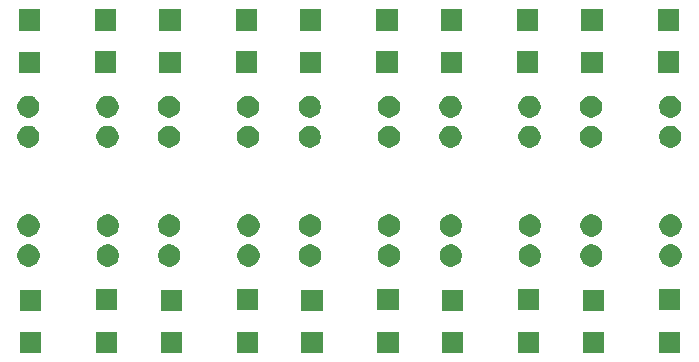
<source format=gbr>
G04 #@! TF.GenerationSoftware,KiCad,Pcbnew,(5.1.4)-1*
G04 #@! TF.CreationDate,2020-01-10T19:44:08-06:00*
G04 #@! TF.ProjectId,SensorsBoard,53656e73-6f72-4734-926f-6172642e6b69,rev?*
G04 #@! TF.SameCoordinates,Original*
G04 #@! TF.FileFunction,Soldermask,Bot*
G04 #@! TF.FilePolarity,Negative*
%FSLAX46Y46*%
G04 Gerber Fmt 4.6, Leading zero omitted, Abs format (unit mm)*
G04 Created by KiCad (PCBNEW (5.1.4)-1) date 2020-01-10 19:44:08*
%MOMM*%
%LPD*%
G04 APERTURE LIST*
%ADD10C,0.100000*%
G04 APERTURE END LIST*
D10*
G36*
X229652801Y-124649800D02*
G01*
X227850801Y-124649800D01*
X227850801Y-122847800D01*
X229652801Y-122847800D01*
X229652801Y-124649800D01*
X229652801Y-124649800D01*
G37*
G36*
X182002401Y-124649800D02*
G01*
X180200401Y-124649800D01*
X180200401Y-122847800D01*
X182002401Y-122847800D01*
X182002401Y-124649800D01*
X182002401Y-124649800D01*
G37*
G36*
X175551400Y-124649800D02*
G01*
X173749400Y-124649800D01*
X173749400Y-122847800D01*
X175551400Y-122847800D01*
X175551400Y-124649800D01*
X175551400Y-124649800D01*
G37*
G36*
X187464000Y-124649800D02*
G01*
X185662000Y-124649800D01*
X185662000Y-122847800D01*
X187464000Y-122847800D01*
X187464000Y-124649800D01*
X187464000Y-124649800D01*
G37*
G36*
X193915001Y-124649800D02*
G01*
X192113001Y-124649800D01*
X192113001Y-122847800D01*
X193915001Y-122847800D01*
X193915001Y-124649800D01*
X193915001Y-124649800D01*
G37*
G36*
X199376600Y-124649800D02*
G01*
X197574600Y-124649800D01*
X197574600Y-122847800D01*
X199376600Y-122847800D01*
X199376600Y-124649800D01*
X199376600Y-124649800D01*
G37*
G36*
X205827601Y-124649800D02*
G01*
X204025601Y-124649800D01*
X204025601Y-122847800D01*
X205827601Y-122847800D01*
X205827601Y-124649800D01*
X205827601Y-124649800D01*
G37*
G36*
X211289200Y-124649800D02*
G01*
X209487200Y-124649800D01*
X209487200Y-122847800D01*
X211289200Y-122847800D01*
X211289200Y-124649800D01*
X211289200Y-124649800D01*
G37*
G36*
X217740201Y-124649800D02*
G01*
X215938201Y-124649800D01*
X215938201Y-122847800D01*
X217740201Y-122847800D01*
X217740201Y-124649800D01*
X217740201Y-124649800D01*
G37*
G36*
X223201800Y-124649800D02*
G01*
X221399800Y-124649800D01*
X221399800Y-122847800D01*
X223201800Y-122847800D01*
X223201800Y-124649800D01*
X223201800Y-124649800D01*
G37*
G36*
X187464000Y-121093800D02*
G01*
X185662000Y-121093800D01*
X185662000Y-119291800D01*
X187464000Y-119291800D01*
X187464000Y-121093800D01*
X187464000Y-121093800D01*
G37*
G36*
X223201800Y-121093800D02*
G01*
X221399800Y-121093800D01*
X221399800Y-119291800D01*
X223201800Y-119291800D01*
X223201800Y-121093800D01*
X223201800Y-121093800D01*
G37*
G36*
X175551400Y-121093800D02*
G01*
X173749400Y-121093800D01*
X173749400Y-119291800D01*
X175551400Y-119291800D01*
X175551400Y-121093800D01*
X175551400Y-121093800D01*
G37*
G36*
X199376600Y-121093800D02*
G01*
X197574600Y-121093800D01*
X197574600Y-119291800D01*
X199376600Y-119291800D01*
X199376600Y-121093800D01*
X199376600Y-121093800D01*
G37*
G36*
X211289200Y-121093800D02*
G01*
X209487200Y-121093800D01*
X209487200Y-119291800D01*
X211289200Y-119291800D01*
X211289200Y-121093800D01*
X211289200Y-121093800D01*
G37*
G36*
X217740201Y-121018799D02*
G01*
X215938201Y-121018799D01*
X215938201Y-119216799D01*
X217740201Y-119216799D01*
X217740201Y-121018799D01*
X217740201Y-121018799D01*
G37*
G36*
X229652801Y-121018799D02*
G01*
X227850801Y-121018799D01*
X227850801Y-119216799D01*
X229652801Y-119216799D01*
X229652801Y-121018799D01*
X229652801Y-121018799D01*
G37*
G36*
X205827601Y-121018799D02*
G01*
X204025601Y-121018799D01*
X204025601Y-119216799D01*
X205827601Y-119216799D01*
X205827601Y-121018799D01*
X205827601Y-121018799D01*
G37*
G36*
X182002401Y-121018799D02*
G01*
X180200401Y-121018799D01*
X180200401Y-119216799D01*
X182002401Y-119216799D01*
X182002401Y-121018799D01*
X182002401Y-121018799D01*
G37*
G36*
X193915001Y-121018799D02*
G01*
X192113001Y-121018799D01*
X192113001Y-119216799D01*
X193915001Y-119216799D01*
X193915001Y-121018799D01*
X193915001Y-121018799D01*
G37*
G36*
X205284788Y-115505924D02*
G01*
X205455856Y-115576783D01*
X205455858Y-115576784D01*
X205533359Y-115628569D01*
X205609815Y-115679655D01*
X205740747Y-115810587D01*
X205843619Y-115964546D01*
X205914478Y-116135614D01*
X205950601Y-116317218D01*
X205950601Y-116502384D01*
X205914478Y-116683988D01*
X205843619Y-116855056D01*
X205843618Y-116855058D01*
X205740746Y-117009016D01*
X205609816Y-117139946D01*
X205455858Y-117242818D01*
X205455857Y-117242819D01*
X205455856Y-117242819D01*
X205284788Y-117313678D01*
X205103184Y-117349801D01*
X204918018Y-117349801D01*
X204736414Y-117313678D01*
X204565346Y-117242819D01*
X204565345Y-117242819D01*
X204565344Y-117242818D01*
X204411386Y-117139946D01*
X204280456Y-117009016D01*
X204177584Y-116855058D01*
X204177583Y-116855056D01*
X204106724Y-116683988D01*
X204070601Y-116502384D01*
X204070601Y-116317218D01*
X204106724Y-116135614D01*
X204177583Y-115964546D01*
X204280455Y-115810587D01*
X204411387Y-115679655D01*
X204487843Y-115628569D01*
X204565344Y-115576784D01*
X204565346Y-115576783D01*
X204736414Y-115505924D01*
X204918018Y-115469801D01*
X205103184Y-115469801D01*
X205284788Y-115505924D01*
X205284788Y-115505924D01*
G37*
G36*
X181459588Y-115505924D02*
G01*
X181630656Y-115576783D01*
X181630658Y-115576784D01*
X181708159Y-115628569D01*
X181784615Y-115679655D01*
X181915547Y-115810587D01*
X182018419Y-115964546D01*
X182089278Y-116135614D01*
X182125401Y-116317218D01*
X182125401Y-116502384D01*
X182089278Y-116683988D01*
X182018419Y-116855056D01*
X182018418Y-116855058D01*
X181915546Y-117009016D01*
X181784616Y-117139946D01*
X181630658Y-117242818D01*
X181630657Y-117242819D01*
X181630656Y-117242819D01*
X181459588Y-117313678D01*
X181277984Y-117349801D01*
X181092818Y-117349801D01*
X180911214Y-117313678D01*
X180740146Y-117242819D01*
X180740145Y-117242819D01*
X180740144Y-117242818D01*
X180586186Y-117139946D01*
X180455256Y-117009016D01*
X180352384Y-116855058D01*
X180352383Y-116855056D01*
X180281524Y-116683988D01*
X180245401Y-116502384D01*
X180245401Y-116317218D01*
X180281524Y-116135614D01*
X180352383Y-115964546D01*
X180455255Y-115810587D01*
X180586187Y-115679655D01*
X180662643Y-115628569D01*
X180740144Y-115576784D01*
X180740146Y-115576783D01*
X180911214Y-115505924D01*
X181092818Y-115469801D01*
X181277984Y-115469801D01*
X181459588Y-115505924D01*
X181459588Y-115505924D01*
G37*
G36*
X174759588Y-115505924D02*
G01*
X174930656Y-115576783D01*
X174930658Y-115576784D01*
X175008159Y-115628569D01*
X175084615Y-115679655D01*
X175215547Y-115810587D01*
X175318419Y-115964546D01*
X175389278Y-116135614D01*
X175425401Y-116317218D01*
X175425401Y-116502384D01*
X175389278Y-116683988D01*
X175318419Y-116855056D01*
X175318418Y-116855058D01*
X175215546Y-117009016D01*
X175084616Y-117139946D01*
X174930658Y-117242818D01*
X174930657Y-117242819D01*
X174930656Y-117242819D01*
X174759588Y-117313678D01*
X174577984Y-117349801D01*
X174392818Y-117349801D01*
X174211214Y-117313678D01*
X174040146Y-117242819D01*
X174040145Y-117242819D01*
X174040144Y-117242818D01*
X173886186Y-117139946D01*
X173755256Y-117009016D01*
X173652384Y-116855058D01*
X173652383Y-116855056D01*
X173581524Y-116683988D01*
X173545401Y-116502384D01*
X173545401Y-116317218D01*
X173581524Y-116135614D01*
X173652383Y-115964546D01*
X173755255Y-115810587D01*
X173886187Y-115679655D01*
X173962643Y-115628569D01*
X174040144Y-115576784D01*
X174040146Y-115576783D01*
X174211214Y-115505924D01*
X174392818Y-115469801D01*
X174577984Y-115469801D01*
X174759588Y-115505924D01*
X174759588Y-115505924D01*
G37*
G36*
X186672188Y-115505924D02*
G01*
X186843256Y-115576783D01*
X186843258Y-115576784D01*
X186920759Y-115628569D01*
X186997215Y-115679655D01*
X187128147Y-115810587D01*
X187231019Y-115964546D01*
X187301878Y-116135614D01*
X187338001Y-116317218D01*
X187338001Y-116502384D01*
X187301878Y-116683988D01*
X187231019Y-116855056D01*
X187231018Y-116855058D01*
X187128146Y-117009016D01*
X186997216Y-117139946D01*
X186843258Y-117242818D01*
X186843257Y-117242819D01*
X186843256Y-117242819D01*
X186672188Y-117313678D01*
X186490584Y-117349801D01*
X186305418Y-117349801D01*
X186123814Y-117313678D01*
X185952746Y-117242819D01*
X185952745Y-117242819D01*
X185952744Y-117242818D01*
X185798786Y-117139946D01*
X185667856Y-117009016D01*
X185564984Y-116855058D01*
X185564983Y-116855056D01*
X185494124Y-116683988D01*
X185458001Y-116502384D01*
X185458001Y-116317218D01*
X185494124Y-116135614D01*
X185564983Y-115964546D01*
X185667855Y-115810587D01*
X185798787Y-115679655D01*
X185875243Y-115628569D01*
X185952744Y-115576784D01*
X185952746Y-115576783D01*
X186123814Y-115505924D01*
X186305418Y-115469801D01*
X186490584Y-115469801D01*
X186672188Y-115505924D01*
X186672188Y-115505924D01*
G37*
G36*
X210497388Y-115505924D02*
G01*
X210668456Y-115576783D01*
X210668458Y-115576784D01*
X210745959Y-115628569D01*
X210822415Y-115679655D01*
X210953347Y-115810587D01*
X211056219Y-115964546D01*
X211127078Y-116135614D01*
X211163201Y-116317218D01*
X211163201Y-116502384D01*
X211127078Y-116683988D01*
X211056219Y-116855056D01*
X211056218Y-116855058D01*
X210953346Y-117009016D01*
X210822416Y-117139946D01*
X210668458Y-117242818D01*
X210668457Y-117242819D01*
X210668456Y-117242819D01*
X210497388Y-117313678D01*
X210315784Y-117349801D01*
X210130618Y-117349801D01*
X209949014Y-117313678D01*
X209777946Y-117242819D01*
X209777945Y-117242819D01*
X209777944Y-117242818D01*
X209623986Y-117139946D01*
X209493056Y-117009016D01*
X209390184Y-116855058D01*
X209390183Y-116855056D01*
X209319324Y-116683988D01*
X209283201Y-116502384D01*
X209283201Y-116317218D01*
X209319324Y-116135614D01*
X209390183Y-115964546D01*
X209493055Y-115810587D01*
X209623987Y-115679655D01*
X209700443Y-115628569D01*
X209777944Y-115576784D01*
X209777946Y-115576783D01*
X209949014Y-115505924D01*
X210130618Y-115469801D01*
X210315784Y-115469801D01*
X210497388Y-115505924D01*
X210497388Y-115505924D01*
G37*
G36*
X229109988Y-115505924D02*
G01*
X229281056Y-115576783D01*
X229281058Y-115576784D01*
X229358559Y-115628569D01*
X229435015Y-115679655D01*
X229565947Y-115810587D01*
X229668819Y-115964546D01*
X229739678Y-116135614D01*
X229775801Y-116317218D01*
X229775801Y-116502384D01*
X229739678Y-116683988D01*
X229668819Y-116855056D01*
X229668818Y-116855058D01*
X229565946Y-117009016D01*
X229435016Y-117139946D01*
X229281058Y-117242818D01*
X229281057Y-117242819D01*
X229281056Y-117242819D01*
X229109988Y-117313678D01*
X228928384Y-117349801D01*
X228743218Y-117349801D01*
X228561614Y-117313678D01*
X228390546Y-117242819D01*
X228390545Y-117242819D01*
X228390544Y-117242818D01*
X228236586Y-117139946D01*
X228105656Y-117009016D01*
X228002784Y-116855058D01*
X228002783Y-116855056D01*
X227931924Y-116683988D01*
X227895801Y-116502384D01*
X227895801Y-116317218D01*
X227931924Y-116135614D01*
X228002783Y-115964546D01*
X228105655Y-115810587D01*
X228236587Y-115679655D01*
X228313043Y-115628569D01*
X228390544Y-115576784D01*
X228390546Y-115576783D01*
X228561614Y-115505924D01*
X228743218Y-115469801D01*
X228928384Y-115469801D01*
X229109988Y-115505924D01*
X229109988Y-115505924D01*
G37*
G36*
X198584788Y-115505924D02*
G01*
X198755856Y-115576783D01*
X198755858Y-115576784D01*
X198833359Y-115628569D01*
X198909815Y-115679655D01*
X199040747Y-115810587D01*
X199143619Y-115964546D01*
X199214478Y-116135614D01*
X199250601Y-116317218D01*
X199250601Y-116502384D01*
X199214478Y-116683988D01*
X199143619Y-116855056D01*
X199143618Y-116855058D01*
X199040746Y-117009016D01*
X198909816Y-117139946D01*
X198755858Y-117242818D01*
X198755857Y-117242819D01*
X198755856Y-117242819D01*
X198584788Y-117313678D01*
X198403184Y-117349801D01*
X198218018Y-117349801D01*
X198036414Y-117313678D01*
X197865346Y-117242819D01*
X197865345Y-117242819D01*
X197865344Y-117242818D01*
X197711386Y-117139946D01*
X197580456Y-117009016D01*
X197477584Y-116855058D01*
X197477583Y-116855056D01*
X197406724Y-116683988D01*
X197370601Y-116502384D01*
X197370601Y-116317218D01*
X197406724Y-116135614D01*
X197477583Y-115964546D01*
X197580455Y-115810587D01*
X197711387Y-115679655D01*
X197787843Y-115628569D01*
X197865344Y-115576784D01*
X197865346Y-115576783D01*
X198036414Y-115505924D01*
X198218018Y-115469801D01*
X198403184Y-115469801D01*
X198584788Y-115505924D01*
X198584788Y-115505924D01*
G37*
G36*
X193372188Y-115505924D02*
G01*
X193543256Y-115576783D01*
X193543258Y-115576784D01*
X193620759Y-115628569D01*
X193697215Y-115679655D01*
X193828147Y-115810587D01*
X193931019Y-115964546D01*
X194001878Y-116135614D01*
X194038001Y-116317218D01*
X194038001Y-116502384D01*
X194001878Y-116683988D01*
X193931019Y-116855056D01*
X193931018Y-116855058D01*
X193828146Y-117009016D01*
X193697216Y-117139946D01*
X193543258Y-117242818D01*
X193543257Y-117242819D01*
X193543256Y-117242819D01*
X193372188Y-117313678D01*
X193190584Y-117349801D01*
X193005418Y-117349801D01*
X192823814Y-117313678D01*
X192652746Y-117242819D01*
X192652745Y-117242819D01*
X192652744Y-117242818D01*
X192498786Y-117139946D01*
X192367856Y-117009016D01*
X192264984Y-116855058D01*
X192264983Y-116855056D01*
X192194124Y-116683988D01*
X192158001Y-116502384D01*
X192158001Y-116317218D01*
X192194124Y-116135614D01*
X192264983Y-115964546D01*
X192367855Y-115810587D01*
X192498787Y-115679655D01*
X192575243Y-115628569D01*
X192652744Y-115576784D01*
X192652746Y-115576783D01*
X192823814Y-115505924D01*
X193005418Y-115469801D01*
X193190584Y-115469801D01*
X193372188Y-115505924D01*
X193372188Y-115505924D01*
G37*
G36*
X222409988Y-115505924D02*
G01*
X222581056Y-115576783D01*
X222581058Y-115576784D01*
X222658559Y-115628569D01*
X222735015Y-115679655D01*
X222865947Y-115810587D01*
X222968819Y-115964546D01*
X223039678Y-116135614D01*
X223075801Y-116317218D01*
X223075801Y-116502384D01*
X223039678Y-116683988D01*
X222968819Y-116855056D01*
X222968818Y-116855058D01*
X222865946Y-117009016D01*
X222735016Y-117139946D01*
X222581058Y-117242818D01*
X222581057Y-117242819D01*
X222581056Y-117242819D01*
X222409988Y-117313678D01*
X222228384Y-117349801D01*
X222043218Y-117349801D01*
X221861614Y-117313678D01*
X221690546Y-117242819D01*
X221690545Y-117242819D01*
X221690544Y-117242818D01*
X221536586Y-117139946D01*
X221405656Y-117009016D01*
X221302784Y-116855058D01*
X221302783Y-116855056D01*
X221231924Y-116683988D01*
X221195801Y-116502384D01*
X221195801Y-116317218D01*
X221231924Y-116135614D01*
X221302783Y-115964546D01*
X221405655Y-115810587D01*
X221536587Y-115679655D01*
X221613043Y-115628569D01*
X221690544Y-115576784D01*
X221690546Y-115576783D01*
X221861614Y-115505924D01*
X222043218Y-115469801D01*
X222228384Y-115469801D01*
X222409988Y-115505924D01*
X222409988Y-115505924D01*
G37*
G36*
X217197388Y-115505924D02*
G01*
X217368456Y-115576783D01*
X217368458Y-115576784D01*
X217445959Y-115628569D01*
X217522415Y-115679655D01*
X217653347Y-115810587D01*
X217756219Y-115964546D01*
X217827078Y-116135614D01*
X217863201Y-116317218D01*
X217863201Y-116502384D01*
X217827078Y-116683988D01*
X217756219Y-116855056D01*
X217756218Y-116855058D01*
X217653346Y-117009016D01*
X217522416Y-117139946D01*
X217368458Y-117242818D01*
X217368457Y-117242819D01*
X217368456Y-117242819D01*
X217197388Y-117313678D01*
X217015784Y-117349801D01*
X216830618Y-117349801D01*
X216649014Y-117313678D01*
X216477946Y-117242819D01*
X216477945Y-117242819D01*
X216477944Y-117242818D01*
X216323986Y-117139946D01*
X216193056Y-117009016D01*
X216090184Y-116855058D01*
X216090183Y-116855056D01*
X216019324Y-116683988D01*
X215983201Y-116502384D01*
X215983201Y-116317218D01*
X216019324Y-116135614D01*
X216090183Y-115964546D01*
X216193055Y-115810587D01*
X216323987Y-115679655D01*
X216400443Y-115628569D01*
X216477944Y-115576784D01*
X216477946Y-115576783D01*
X216649014Y-115505924D01*
X216830618Y-115469801D01*
X217015784Y-115469801D01*
X217197388Y-115505924D01*
X217197388Y-115505924D01*
G37*
G36*
X198584788Y-112965924D02*
G01*
X198755856Y-113036783D01*
X198755858Y-113036784D01*
X198833359Y-113088569D01*
X198909815Y-113139655D01*
X199040747Y-113270587D01*
X199143619Y-113424546D01*
X199214478Y-113595614D01*
X199250601Y-113777218D01*
X199250601Y-113962384D01*
X199214478Y-114143988D01*
X199143619Y-114315056D01*
X199143618Y-114315058D01*
X199040746Y-114469016D01*
X198909816Y-114599946D01*
X198755858Y-114702818D01*
X198755857Y-114702819D01*
X198755856Y-114702819D01*
X198584788Y-114773678D01*
X198403184Y-114809801D01*
X198218018Y-114809801D01*
X198036414Y-114773678D01*
X197865346Y-114702819D01*
X197865345Y-114702819D01*
X197865344Y-114702818D01*
X197711386Y-114599946D01*
X197580456Y-114469016D01*
X197477584Y-114315058D01*
X197477583Y-114315056D01*
X197406724Y-114143988D01*
X197370601Y-113962384D01*
X197370601Y-113777218D01*
X197406724Y-113595614D01*
X197477583Y-113424546D01*
X197580455Y-113270587D01*
X197711387Y-113139655D01*
X197787843Y-113088569D01*
X197865344Y-113036784D01*
X197865346Y-113036783D01*
X198036414Y-112965924D01*
X198218018Y-112929801D01*
X198403184Y-112929801D01*
X198584788Y-112965924D01*
X198584788Y-112965924D01*
G37*
G36*
X174759588Y-112965924D02*
G01*
X174930656Y-113036783D01*
X174930658Y-113036784D01*
X175008159Y-113088569D01*
X175084615Y-113139655D01*
X175215547Y-113270587D01*
X175318419Y-113424546D01*
X175389278Y-113595614D01*
X175425401Y-113777218D01*
X175425401Y-113962384D01*
X175389278Y-114143988D01*
X175318419Y-114315056D01*
X175318418Y-114315058D01*
X175215546Y-114469016D01*
X175084616Y-114599946D01*
X174930658Y-114702818D01*
X174930657Y-114702819D01*
X174930656Y-114702819D01*
X174759588Y-114773678D01*
X174577984Y-114809801D01*
X174392818Y-114809801D01*
X174211214Y-114773678D01*
X174040146Y-114702819D01*
X174040145Y-114702819D01*
X174040144Y-114702818D01*
X173886186Y-114599946D01*
X173755256Y-114469016D01*
X173652384Y-114315058D01*
X173652383Y-114315056D01*
X173581524Y-114143988D01*
X173545401Y-113962384D01*
X173545401Y-113777218D01*
X173581524Y-113595614D01*
X173652383Y-113424546D01*
X173755255Y-113270587D01*
X173886187Y-113139655D01*
X173962643Y-113088569D01*
X174040144Y-113036784D01*
X174040146Y-113036783D01*
X174211214Y-112965924D01*
X174392818Y-112929801D01*
X174577984Y-112929801D01*
X174759588Y-112965924D01*
X174759588Y-112965924D01*
G37*
G36*
X186672188Y-112965924D02*
G01*
X186843256Y-113036783D01*
X186843258Y-113036784D01*
X186920759Y-113088569D01*
X186997215Y-113139655D01*
X187128147Y-113270587D01*
X187231019Y-113424546D01*
X187301878Y-113595614D01*
X187338001Y-113777218D01*
X187338001Y-113962384D01*
X187301878Y-114143988D01*
X187231019Y-114315056D01*
X187231018Y-114315058D01*
X187128146Y-114469016D01*
X186997216Y-114599946D01*
X186843258Y-114702818D01*
X186843257Y-114702819D01*
X186843256Y-114702819D01*
X186672188Y-114773678D01*
X186490584Y-114809801D01*
X186305418Y-114809801D01*
X186123814Y-114773678D01*
X185952746Y-114702819D01*
X185952745Y-114702819D01*
X185952744Y-114702818D01*
X185798786Y-114599946D01*
X185667856Y-114469016D01*
X185564984Y-114315058D01*
X185564983Y-114315056D01*
X185494124Y-114143988D01*
X185458001Y-113962384D01*
X185458001Y-113777218D01*
X185494124Y-113595614D01*
X185564983Y-113424546D01*
X185667855Y-113270587D01*
X185798787Y-113139655D01*
X185875243Y-113088569D01*
X185952744Y-113036784D01*
X185952746Y-113036783D01*
X186123814Y-112965924D01*
X186305418Y-112929801D01*
X186490584Y-112929801D01*
X186672188Y-112965924D01*
X186672188Y-112965924D01*
G37*
G36*
X193372188Y-112965924D02*
G01*
X193543256Y-113036783D01*
X193543258Y-113036784D01*
X193620759Y-113088569D01*
X193697215Y-113139655D01*
X193828147Y-113270587D01*
X193931019Y-113424546D01*
X194001878Y-113595614D01*
X194038001Y-113777218D01*
X194038001Y-113962384D01*
X194001878Y-114143988D01*
X193931019Y-114315056D01*
X193931018Y-114315058D01*
X193828146Y-114469016D01*
X193697216Y-114599946D01*
X193543258Y-114702818D01*
X193543257Y-114702819D01*
X193543256Y-114702819D01*
X193372188Y-114773678D01*
X193190584Y-114809801D01*
X193005418Y-114809801D01*
X192823814Y-114773678D01*
X192652746Y-114702819D01*
X192652745Y-114702819D01*
X192652744Y-114702818D01*
X192498786Y-114599946D01*
X192367856Y-114469016D01*
X192264984Y-114315058D01*
X192264983Y-114315056D01*
X192194124Y-114143988D01*
X192158001Y-113962384D01*
X192158001Y-113777218D01*
X192194124Y-113595614D01*
X192264983Y-113424546D01*
X192367855Y-113270587D01*
X192498787Y-113139655D01*
X192575243Y-113088569D01*
X192652744Y-113036784D01*
X192652746Y-113036783D01*
X192823814Y-112965924D01*
X193005418Y-112929801D01*
X193190584Y-112929801D01*
X193372188Y-112965924D01*
X193372188Y-112965924D01*
G37*
G36*
X205284788Y-112965924D02*
G01*
X205455856Y-113036783D01*
X205455858Y-113036784D01*
X205533359Y-113088569D01*
X205609815Y-113139655D01*
X205740747Y-113270587D01*
X205843619Y-113424546D01*
X205914478Y-113595614D01*
X205950601Y-113777218D01*
X205950601Y-113962384D01*
X205914478Y-114143988D01*
X205843619Y-114315056D01*
X205843618Y-114315058D01*
X205740746Y-114469016D01*
X205609816Y-114599946D01*
X205455858Y-114702818D01*
X205455857Y-114702819D01*
X205455856Y-114702819D01*
X205284788Y-114773678D01*
X205103184Y-114809801D01*
X204918018Y-114809801D01*
X204736414Y-114773678D01*
X204565346Y-114702819D01*
X204565345Y-114702819D01*
X204565344Y-114702818D01*
X204411386Y-114599946D01*
X204280456Y-114469016D01*
X204177584Y-114315058D01*
X204177583Y-114315056D01*
X204106724Y-114143988D01*
X204070601Y-113962384D01*
X204070601Y-113777218D01*
X204106724Y-113595614D01*
X204177583Y-113424546D01*
X204280455Y-113270587D01*
X204411387Y-113139655D01*
X204487843Y-113088569D01*
X204565344Y-113036784D01*
X204565346Y-113036783D01*
X204736414Y-112965924D01*
X204918018Y-112929801D01*
X205103184Y-112929801D01*
X205284788Y-112965924D01*
X205284788Y-112965924D01*
G37*
G36*
X217197388Y-112965924D02*
G01*
X217368456Y-113036783D01*
X217368458Y-113036784D01*
X217445959Y-113088569D01*
X217522415Y-113139655D01*
X217653347Y-113270587D01*
X217756219Y-113424546D01*
X217827078Y-113595614D01*
X217863201Y-113777218D01*
X217863201Y-113962384D01*
X217827078Y-114143988D01*
X217756219Y-114315056D01*
X217756218Y-114315058D01*
X217653346Y-114469016D01*
X217522416Y-114599946D01*
X217368458Y-114702818D01*
X217368457Y-114702819D01*
X217368456Y-114702819D01*
X217197388Y-114773678D01*
X217015784Y-114809801D01*
X216830618Y-114809801D01*
X216649014Y-114773678D01*
X216477946Y-114702819D01*
X216477945Y-114702819D01*
X216477944Y-114702818D01*
X216323986Y-114599946D01*
X216193056Y-114469016D01*
X216090184Y-114315058D01*
X216090183Y-114315056D01*
X216019324Y-114143988D01*
X215983201Y-113962384D01*
X215983201Y-113777218D01*
X216019324Y-113595614D01*
X216090183Y-113424546D01*
X216193055Y-113270587D01*
X216323987Y-113139655D01*
X216400443Y-113088569D01*
X216477944Y-113036784D01*
X216477946Y-113036783D01*
X216649014Y-112965924D01*
X216830618Y-112929801D01*
X217015784Y-112929801D01*
X217197388Y-112965924D01*
X217197388Y-112965924D01*
G37*
G36*
X210497388Y-112965924D02*
G01*
X210668456Y-113036783D01*
X210668458Y-113036784D01*
X210745959Y-113088569D01*
X210822415Y-113139655D01*
X210953347Y-113270587D01*
X211056219Y-113424546D01*
X211127078Y-113595614D01*
X211163201Y-113777218D01*
X211163201Y-113962384D01*
X211127078Y-114143988D01*
X211056219Y-114315056D01*
X211056218Y-114315058D01*
X210953346Y-114469016D01*
X210822416Y-114599946D01*
X210668458Y-114702818D01*
X210668457Y-114702819D01*
X210668456Y-114702819D01*
X210497388Y-114773678D01*
X210315784Y-114809801D01*
X210130618Y-114809801D01*
X209949014Y-114773678D01*
X209777946Y-114702819D01*
X209777945Y-114702819D01*
X209777944Y-114702818D01*
X209623986Y-114599946D01*
X209493056Y-114469016D01*
X209390184Y-114315058D01*
X209390183Y-114315056D01*
X209319324Y-114143988D01*
X209283201Y-113962384D01*
X209283201Y-113777218D01*
X209319324Y-113595614D01*
X209390183Y-113424546D01*
X209493055Y-113270587D01*
X209623987Y-113139655D01*
X209700443Y-113088569D01*
X209777944Y-113036784D01*
X209777946Y-113036783D01*
X209949014Y-112965924D01*
X210130618Y-112929801D01*
X210315784Y-112929801D01*
X210497388Y-112965924D01*
X210497388Y-112965924D01*
G37*
G36*
X229109988Y-112965924D02*
G01*
X229281056Y-113036783D01*
X229281058Y-113036784D01*
X229358559Y-113088569D01*
X229435015Y-113139655D01*
X229565947Y-113270587D01*
X229668819Y-113424546D01*
X229739678Y-113595614D01*
X229775801Y-113777218D01*
X229775801Y-113962384D01*
X229739678Y-114143988D01*
X229668819Y-114315056D01*
X229668818Y-114315058D01*
X229565946Y-114469016D01*
X229435016Y-114599946D01*
X229281058Y-114702818D01*
X229281057Y-114702819D01*
X229281056Y-114702819D01*
X229109988Y-114773678D01*
X228928384Y-114809801D01*
X228743218Y-114809801D01*
X228561614Y-114773678D01*
X228390546Y-114702819D01*
X228390545Y-114702819D01*
X228390544Y-114702818D01*
X228236586Y-114599946D01*
X228105656Y-114469016D01*
X228002784Y-114315058D01*
X228002783Y-114315056D01*
X227931924Y-114143988D01*
X227895801Y-113962384D01*
X227895801Y-113777218D01*
X227931924Y-113595614D01*
X228002783Y-113424546D01*
X228105655Y-113270587D01*
X228236587Y-113139655D01*
X228313043Y-113088569D01*
X228390544Y-113036784D01*
X228390546Y-113036783D01*
X228561614Y-112965924D01*
X228743218Y-112929801D01*
X228928384Y-112929801D01*
X229109988Y-112965924D01*
X229109988Y-112965924D01*
G37*
G36*
X222409988Y-112965924D02*
G01*
X222581056Y-113036783D01*
X222581058Y-113036784D01*
X222658559Y-113088569D01*
X222735015Y-113139655D01*
X222865947Y-113270587D01*
X222968819Y-113424546D01*
X223039678Y-113595614D01*
X223075801Y-113777218D01*
X223075801Y-113962384D01*
X223039678Y-114143988D01*
X222968819Y-114315056D01*
X222968818Y-114315058D01*
X222865946Y-114469016D01*
X222735016Y-114599946D01*
X222581058Y-114702818D01*
X222581057Y-114702819D01*
X222581056Y-114702819D01*
X222409988Y-114773678D01*
X222228384Y-114809801D01*
X222043218Y-114809801D01*
X221861614Y-114773678D01*
X221690546Y-114702819D01*
X221690545Y-114702819D01*
X221690544Y-114702818D01*
X221536586Y-114599946D01*
X221405656Y-114469016D01*
X221302784Y-114315058D01*
X221302783Y-114315056D01*
X221231924Y-114143988D01*
X221195801Y-113962384D01*
X221195801Y-113777218D01*
X221231924Y-113595614D01*
X221302783Y-113424546D01*
X221405655Y-113270587D01*
X221536587Y-113139655D01*
X221613043Y-113088569D01*
X221690544Y-113036784D01*
X221690546Y-113036783D01*
X221861614Y-112965924D01*
X222043218Y-112929801D01*
X222228384Y-112929801D01*
X222409988Y-112965924D01*
X222409988Y-112965924D01*
G37*
G36*
X181459588Y-112965924D02*
G01*
X181630656Y-113036783D01*
X181630658Y-113036784D01*
X181708159Y-113088569D01*
X181784615Y-113139655D01*
X181915547Y-113270587D01*
X182018419Y-113424546D01*
X182089278Y-113595614D01*
X182125401Y-113777218D01*
X182125401Y-113962384D01*
X182089278Y-114143988D01*
X182018419Y-114315056D01*
X182018418Y-114315058D01*
X181915546Y-114469016D01*
X181784616Y-114599946D01*
X181630658Y-114702818D01*
X181630657Y-114702819D01*
X181630656Y-114702819D01*
X181459588Y-114773678D01*
X181277984Y-114809801D01*
X181092818Y-114809801D01*
X180911214Y-114773678D01*
X180740146Y-114702819D01*
X180740145Y-114702819D01*
X180740144Y-114702818D01*
X180586186Y-114599946D01*
X180455256Y-114469016D01*
X180352384Y-114315058D01*
X180352383Y-114315056D01*
X180281524Y-114143988D01*
X180245401Y-113962384D01*
X180245401Y-113777218D01*
X180281524Y-113595614D01*
X180352383Y-113424546D01*
X180455255Y-113270587D01*
X180586187Y-113139655D01*
X180662643Y-113088569D01*
X180740144Y-113036784D01*
X180740146Y-113036783D01*
X180911214Y-112965924D01*
X181092818Y-112929801D01*
X181277984Y-112929801D01*
X181459588Y-112965924D01*
X181459588Y-112965924D01*
G37*
G36*
X222389986Y-105444322D02*
G01*
X222561054Y-105515181D01*
X222561056Y-105515182D01*
X222638557Y-105566967D01*
X222715013Y-105618053D01*
X222845945Y-105748985D01*
X222948817Y-105902944D01*
X223019676Y-106074012D01*
X223055799Y-106255616D01*
X223055799Y-106440782D01*
X223019676Y-106622386D01*
X222948817Y-106793454D01*
X222948816Y-106793456D01*
X222845944Y-106947414D01*
X222715014Y-107078344D01*
X222561056Y-107181216D01*
X222561055Y-107181217D01*
X222561054Y-107181217D01*
X222389986Y-107252076D01*
X222208382Y-107288199D01*
X222023216Y-107288199D01*
X221841612Y-107252076D01*
X221670544Y-107181217D01*
X221670543Y-107181217D01*
X221670542Y-107181216D01*
X221516584Y-107078344D01*
X221385654Y-106947414D01*
X221282782Y-106793456D01*
X221282781Y-106793454D01*
X221211922Y-106622386D01*
X221175799Y-106440782D01*
X221175799Y-106255616D01*
X221211922Y-106074012D01*
X221282781Y-105902944D01*
X221385653Y-105748985D01*
X221516585Y-105618053D01*
X221593041Y-105566967D01*
X221670542Y-105515182D01*
X221670544Y-105515181D01*
X221841612Y-105444322D01*
X222023216Y-105408199D01*
X222208382Y-105408199D01*
X222389986Y-105444322D01*
X222389986Y-105444322D01*
G37*
G36*
X217177386Y-105444322D02*
G01*
X217348454Y-105515181D01*
X217348456Y-105515182D01*
X217425957Y-105566967D01*
X217502413Y-105618053D01*
X217633345Y-105748985D01*
X217736217Y-105902944D01*
X217807076Y-106074012D01*
X217843199Y-106255616D01*
X217843199Y-106440782D01*
X217807076Y-106622386D01*
X217736217Y-106793454D01*
X217736216Y-106793456D01*
X217633344Y-106947414D01*
X217502414Y-107078344D01*
X217348456Y-107181216D01*
X217348455Y-107181217D01*
X217348454Y-107181217D01*
X217177386Y-107252076D01*
X216995782Y-107288199D01*
X216810616Y-107288199D01*
X216629012Y-107252076D01*
X216457944Y-107181217D01*
X216457943Y-107181217D01*
X216457942Y-107181216D01*
X216303984Y-107078344D01*
X216173054Y-106947414D01*
X216070182Y-106793456D01*
X216070181Y-106793454D01*
X215999322Y-106622386D01*
X215963199Y-106440782D01*
X215963199Y-106255616D01*
X215999322Y-106074012D01*
X216070181Y-105902944D01*
X216173053Y-105748985D01*
X216303985Y-105618053D01*
X216380441Y-105566967D01*
X216457942Y-105515182D01*
X216457944Y-105515181D01*
X216629012Y-105444322D01*
X216810616Y-105408199D01*
X216995782Y-105408199D01*
X217177386Y-105444322D01*
X217177386Y-105444322D01*
G37*
G36*
X210477386Y-105444322D02*
G01*
X210648454Y-105515181D01*
X210648456Y-105515182D01*
X210725957Y-105566967D01*
X210802413Y-105618053D01*
X210933345Y-105748985D01*
X211036217Y-105902944D01*
X211107076Y-106074012D01*
X211143199Y-106255616D01*
X211143199Y-106440782D01*
X211107076Y-106622386D01*
X211036217Y-106793454D01*
X211036216Y-106793456D01*
X210933344Y-106947414D01*
X210802414Y-107078344D01*
X210648456Y-107181216D01*
X210648455Y-107181217D01*
X210648454Y-107181217D01*
X210477386Y-107252076D01*
X210295782Y-107288199D01*
X210110616Y-107288199D01*
X209929012Y-107252076D01*
X209757944Y-107181217D01*
X209757943Y-107181217D01*
X209757942Y-107181216D01*
X209603984Y-107078344D01*
X209473054Y-106947414D01*
X209370182Y-106793456D01*
X209370181Y-106793454D01*
X209299322Y-106622386D01*
X209263199Y-106440782D01*
X209263199Y-106255616D01*
X209299322Y-106074012D01*
X209370181Y-105902944D01*
X209473053Y-105748985D01*
X209603985Y-105618053D01*
X209680441Y-105566967D01*
X209757942Y-105515182D01*
X209757944Y-105515181D01*
X209929012Y-105444322D01*
X210110616Y-105408199D01*
X210295782Y-105408199D01*
X210477386Y-105444322D01*
X210477386Y-105444322D01*
G37*
G36*
X174739586Y-105444322D02*
G01*
X174910654Y-105515181D01*
X174910656Y-105515182D01*
X174988157Y-105566967D01*
X175064613Y-105618053D01*
X175195545Y-105748985D01*
X175298417Y-105902944D01*
X175369276Y-106074012D01*
X175405399Y-106255616D01*
X175405399Y-106440782D01*
X175369276Y-106622386D01*
X175298417Y-106793454D01*
X175298416Y-106793456D01*
X175195544Y-106947414D01*
X175064614Y-107078344D01*
X174910656Y-107181216D01*
X174910655Y-107181217D01*
X174910654Y-107181217D01*
X174739586Y-107252076D01*
X174557982Y-107288199D01*
X174372816Y-107288199D01*
X174191212Y-107252076D01*
X174020144Y-107181217D01*
X174020143Y-107181217D01*
X174020142Y-107181216D01*
X173866184Y-107078344D01*
X173735254Y-106947414D01*
X173632382Y-106793456D01*
X173632381Y-106793454D01*
X173561522Y-106622386D01*
X173525399Y-106440782D01*
X173525399Y-106255616D01*
X173561522Y-106074012D01*
X173632381Y-105902944D01*
X173735253Y-105748985D01*
X173866185Y-105618053D01*
X173942641Y-105566967D01*
X174020142Y-105515182D01*
X174020144Y-105515181D01*
X174191212Y-105444322D01*
X174372816Y-105408199D01*
X174557982Y-105408199D01*
X174739586Y-105444322D01*
X174739586Y-105444322D01*
G37*
G36*
X181439586Y-105444322D02*
G01*
X181610654Y-105515181D01*
X181610656Y-105515182D01*
X181688157Y-105566967D01*
X181764613Y-105618053D01*
X181895545Y-105748985D01*
X181998417Y-105902944D01*
X182069276Y-106074012D01*
X182105399Y-106255616D01*
X182105399Y-106440782D01*
X182069276Y-106622386D01*
X181998417Y-106793454D01*
X181998416Y-106793456D01*
X181895544Y-106947414D01*
X181764614Y-107078344D01*
X181610656Y-107181216D01*
X181610655Y-107181217D01*
X181610654Y-107181217D01*
X181439586Y-107252076D01*
X181257982Y-107288199D01*
X181072816Y-107288199D01*
X180891212Y-107252076D01*
X180720144Y-107181217D01*
X180720143Y-107181217D01*
X180720142Y-107181216D01*
X180566184Y-107078344D01*
X180435254Y-106947414D01*
X180332382Y-106793456D01*
X180332381Y-106793454D01*
X180261522Y-106622386D01*
X180225399Y-106440782D01*
X180225399Y-106255616D01*
X180261522Y-106074012D01*
X180332381Y-105902944D01*
X180435253Y-105748985D01*
X180566185Y-105618053D01*
X180642641Y-105566967D01*
X180720142Y-105515182D01*
X180720144Y-105515181D01*
X180891212Y-105444322D01*
X181072816Y-105408199D01*
X181257982Y-105408199D01*
X181439586Y-105444322D01*
X181439586Y-105444322D01*
G37*
G36*
X205264786Y-105444322D02*
G01*
X205435854Y-105515181D01*
X205435856Y-105515182D01*
X205513357Y-105566967D01*
X205589813Y-105618053D01*
X205720745Y-105748985D01*
X205823617Y-105902944D01*
X205894476Y-106074012D01*
X205930599Y-106255616D01*
X205930599Y-106440782D01*
X205894476Y-106622386D01*
X205823617Y-106793454D01*
X205823616Y-106793456D01*
X205720744Y-106947414D01*
X205589814Y-107078344D01*
X205435856Y-107181216D01*
X205435855Y-107181217D01*
X205435854Y-107181217D01*
X205264786Y-107252076D01*
X205083182Y-107288199D01*
X204898016Y-107288199D01*
X204716412Y-107252076D01*
X204545344Y-107181217D01*
X204545343Y-107181217D01*
X204545342Y-107181216D01*
X204391384Y-107078344D01*
X204260454Y-106947414D01*
X204157582Y-106793456D01*
X204157581Y-106793454D01*
X204086722Y-106622386D01*
X204050599Y-106440782D01*
X204050599Y-106255616D01*
X204086722Y-106074012D01*
X204157581Y-105902944D01*
X204260453Y-105748985D01*
X204391385Y-105618053D01*
X204467841Y-105566967D01*
X204545342Y-105515182D01*
X204545344Y-105515181D01*
X204716412Y-105444322D01*
X204898016Y-105408199D01*
X205083182Y-105408199D01*
X205264786Y-105444322D01*
X205264786Y-105444322D01*
G37*
G36*
X186652186Y-105444322D02*
G01*
X186823254Y-105515181D01*
X186823256Y-105515182D01*
X186900757Y-105566967D01*
X186977213Y-105618053D01*
X187108145Y-105748985D01*
X187211017Y-105902944D01*
X187281876Y-106074012D01*
X187317999Y-106255616D01*
X187317999Y-106440782D01*
X187281876Y-106622386D01*
X187211017Y-106793454D01*
X187211016Y-106793456D01*
X187108144Y-106947414D01*
X186977214Y-107078344D01*
X186823256Y-107181216D01*
X186823255Y-107181217D01*
X186823254Y-107181217D01*
X186652186Y-107252076D01*
X186470582Y-107288199D01*
X186285416Y-107288199D01*
X186103812Y-107252076D01*
X185932744Y-107181217D01*
X185932743Y-107181217D01*
X185932742Y-107181216D01*
X185778784Y-107078344D01*
X185647854Y-106947414D01*
X185544982Y-106793456D01*
X185544981Y-106793454D01*
X185474122Y-106622386D01*
X185437999Y-106440782D01*
X185437999Y-106255616D01*
X185474122Y-106074012D01*
X185544981Y-105902944D01*
X185647853Y-105748985D01*
X185778785Y-105618053D01*
X185855241Y-105566967D01*
X185932742Y-105515182D01*
X185932744Y-105515181D01*
X186103812Y-105444322D01*
X186285416Y-105408199D01*
X186470582Y-105408199D01*
X186652186Y-105444322D01*
X186652186Y-105444322D01*
G37*
G36*
X198564786Y-105444322D02*
G01*
X198735854Y-105515181D01*
X198735856Y-105515182D01*
X198813357Y-105566967D01*
X198889813Y-105618053D01*
X199020745Y-105748985D01*
X199123617Y-105902944D01*
X199194476Y-106074012D01*
X199230599Y-106255616D01*
X199230599Y-106440782D01*
X199194476Y-106622386D01*
X199123617Y-106793454D01*
X199123616Y-106793456D01*
X199020744Y-106947414D01*
X198889814Y-107078344D01*
X198735856Y-107181216D01*
X198735855Y-107181217D01*
X198735854Y-107181217D01*
X198564786Y-107252076D01*
X198383182Y-107288199D01*
X198198016Y-107288199D01*
X198016412Y-107252076D01*
X197845344Y-107181217D01*
X197845343Y-107181217D01*
X197845342Y-107181216D01*
X197691384Y-107078344D01*
X197560454Y-106947414D01*
X197457582Y-106793456D01*
X197457581Y-106793454D01*
X197386722Y-106622386D01*
X197350599Y-106440782D01*
X197350599Y-106255616D01*
X197386722Y-106074012D01*
X197457581Y-105902944D01*
X197560453Y-105748985D01*
X197691385Y-105618053D01*
X197767841Y-105566967D01*
X197845342Y-105515182D01*
X197845344Y-105515181D01*
X198016412Y-105444322D01*
X198198016Y-105408199D01*
X198383182Y-105408199D01*
X198564786Y-105444322D01*
X198564786Y-105444322D01*
G37*
G36*
X229089986Y-105444322D02*
G01*
X229261054Y-105515181D01*
X229261056Y-105515182D01*
X229338557Y-105566967D01*
X229415013Y-105618053D01*
X229545945Y-105748985D01*
X229648817Y-105902944D01*
X229719676Y-106074012D01*
X229755799Y-106255616D01*
X229755799Y-106440782D01*
X229719676Y-106622386D01*
X229648817Y-106793454D01*
X229648816Y-106793456D01*
X229545944Y-106947414D01*
X229415014Y-107078344D01*
X229261056Y-107181216D01*
X229261055Y-107181217D01*
X229261054Y-107181217D01*
X229089986Y-107252076D01*
X228908382Y-107288199D01*
X228723216Y-107288199D01*
X228541612Y-107252076D01*
X228370544Y-107181217D01*
X228370543Y-107181217D01*
X228370542Y-107181216D01*
X228216584Y-107078344D01*
X228085654Y-106947414D01*
X227982782Y-106793456D01*
X227982781Y-106793454D01*
X227911922Y-106622386D01*
X227875799Y-106440782D01*
X227875799Y-106255616D01*
X227911922Y-106074012D01*
X227982781Y-105902944D01*
X228085653Y-105748985D01*
X228216585Y-105618053D01*
X228293041Y-105566967D01*
X228370542Y-105515182D01*
X228370544Y-105515181D01*
X228541612Y-105444322D01*
X228723216Y-105408199D01*
X228908382Y-105408199D01*
X229089986Y-105444322D01*
X229089986Y-105444322D01*
G37*
G36*
X193352186Y-105444322D02*
G01*
X193523254Y-105515181D01*
X193523256Y-105515182D01*
X193600757Y-105566967D01*
X193677213Y-105618053D01*
X193808145Y-105748985D01*
X193911017Y-105902944D01*
X193981876Y-106074012D01*
X194017999Y-106255616D01*
X194017999Y-106440782D01*
X193981876Y-106622386D01*
X193911017Y-106793454D01*
X193911016Y-106793456D01*
X193808144Y-106947414D01*
X193677214Y-107078344D01*
X193523256Y-107181216D01*
X193523255Y-107181217D01*
X193523254Y-107181217D01*
X193352186Y-107252076D01*
X193170582Y-107288199D01*
X192985416Y-107288199D01*
X192803812Y-107252076D01*
X192632744Y-107181217D01*
X192632743Y-107181217D01*
X192632742Y-107181216D01*
X192478784Y-107078344D01*
X192347854Y-106947414D01*
X192244982Y-106793456D01*
X192244981Y-106793454D01*
X192174122Y-106622386D01*
X192137999Y-106440782D01*
X192137999Y-106255616D01*
X192174122Y-106074012D01*
X192244981Y-105902944D01*
X192347853Y-105748985D01*
X192478785Y-105618053D01*
X192555241Y-105566967D01*
X192632742Y-105515182D01*
X192632744Y-105515181D01*
X192803812Y-105444322D01*
X192985416Y-105408199D01*
X193170582Y-105408199D01*
X193352186Y-105444322D01*
X193352186Y-105444322D01*
G37*
G36*
X217177386Y-102904322D02*
G01*
X217348454Y-102975181D01*
X217348456Y-102975182D01*
X217425957Y-103026967D01*
X217502413Y-103078053D01*
X217633345Y-103208985D01*
X217736217Y-103362944D01*
X217807076Y-103534012D01*
X217843199Y-103715616D01*
X217843199Y-103900782D01*
X217807076Y-104082386D01*
X217736217Y-104253454D01*
X217736216Y-104253456D01*
X217633344Y-104407414D01*
X217502414Y-104538344D01*
X217348456Y-104641216D01*
X217348455Y-104641217D01*
X217348454Y-104641217D01*
X217177386Y-104712076D01*
X216995782Y-104748199D01*
X216810616Y-104748199D01*
X216629012Y-104712076D01*
X216457944Y-104641217D01*
X216457943Y-104641217D01*
X216457942Y-104641216D01*
X216303984Y-104538344D01*
X216173054Y-104407414D01*
X216070182Y-104253456D01*
X216070181Y-104253454D01*
X215999322Y-104082386D01*
X215963199Y-103900782D01*
X215963199Y-103715616D01*
X215999322Y-103534012D01*
X216070181Y-103362944D01*
X216173053Y-103208985D01*
X216303985Y-103078053D01*
X216380441Y-103026967D01*
X216457942Y-102975182D01*
X216457944Y-102975181D01*
X216629012Y-102904322D01*
X216810616Y-102868199D01*
X216995782Y-102868199D01*
X217177386Y-102904322D01*
X217177386Y-102904322D01*
G37*
G36*
X181439586Y-102904322D02*
G01*
X181610654Y-102975181D01*
X181610656Y-102975182D01*
X181688157Y-103026967D01*
X181764613Y-103078053D01*
X181895545Y-103208985D01*
X181998417Y-103362944D01*
X182069276Y-103534012D01*
X182105399Y-103715616D01*
X182105399Y-103900782D01*
X182069276Y-104082386D01*
X181998417Y-104253454D01*
X181998416Y-104253456D01*
X181895544Y-104407414D01*
X181764614Y-104538344D01*
X181610656Y-104641216D01*
X181610655Y-104641217D01*
X181610654Y-104641217D01*
X181439586Y-104712076D01*
X181257982Y-104748199D01*
X181072816Y-104748199D01*
X180891212Y-104712076D01*
X180720144Y-104641217D01*
X180720143Y-104641217D01*
X180720142Y-104641216D01*
X180566184Y-104538344D01*
X180435254Y-104407414D01*
X180332382Y-104253456D01*
X180332381Y-104253454D01*
X180261522Y-104082386D01*
X180225399Y-103900782D01*
X180225399Y-103715616D01*
X180261522Y-103534012D01*
X180332381Y-103362944D01*
X180435253Y-103208985D01*
X180566185Y-103078053D01*
X180642641Y-103026967D01*
X180720142Y-102975182D01*
X180720144Y-102975181D01*
X180891212Y-102904322D01*
X181072816Y-102868199D01*
X181257982Y-102868199D01*
X181439586Y-102904322D01*
X181439586Y-102904322D01*
G37*
G36*
X174739586Y-102904322D02*
G01*
X174910654Y-102975181D01*
X174910656Y-102975182D01*
X174988157Y-103026967D01*
X175064613Y-103078053D01*
X175195545Y-103208985D01*
X175298417Y-103362944D01*
X175369276Y-103534012D01*
X175405399Y-103715616D01*
X175405399Y-103900782D01*
X175369276Y-104082386D01*
X175298417Y-104253454D01*
X175298416Y-104253456D01*
X175195544Y-104407414D01*
X175064614Y-104538344D01*
X174910656Y-104641216D01*
X174910655Y-104641217D01*
X174910654Y-104641217D01*
X174739586Y-104712076D01*
X174557982Y-104748199D01*
X174372816Y-104748199D01*
X174191212Y-104712076D01*
X174020144Y-104641217D01*
X174020143Y-104641217D01*
X174020142Y-104641216D01*
X173866184Y-104538344D01*
X173735254Y-104407414D01*
X173632382Y-104253456D01*
X173632381Y-104253454D01*
X173561522Y-104082386D01*
X173525399Y-103900782D01*
X173525399Y-103715616D01*
X173561522Y-103534012D01*
X173632381Y-103362944D01*
X173735253Y-103208985D01*
X173866185Y-103078053D01*
X173942641Y-103026967D01*
X174020142Y-102975182D01*
X174020144Y-102975181D01*
X174191212Y-102904322D01*
X174372816Y-102868199D01*
X174557982Y-102868199D01*
X174739586Y-102904322D01*
X174739586Y-102904322D01*
G37*
G36*
X210477386Y-102904322D02*
G01*
X210648454Y-102975181D01*
X210648456Y-102975182D01*
X210725957Y-103026967D01*
X210802413Y-103078053D01*
X210933345Y-103208985D01*
X211036217Y-103362944D01*
X211107076Y-103534012D01*
X211143199Y-103715616D01*
X211143199Y-103900782D01*
X211107076Y-104082386D01*
X211036217Y-104253454D01*
X211036216Y-104253456D01*
X210933344Y-104407414D01*
X210802414Y-104538344D01*
X210648456Y-104641216D01*
X210648455Y-104641217D01*
X210648454Y-104641217D01*
X210477386Y-104712076D01*
X210295782Y-104748199D01*
X210110616Y-104748199D01*
X209929012Y-104712076D01*
X209757944Y-104641217D01*
X209757943Y-104641217D01*
X209757942Y-104641216D01*
X209603984Y-104538344D01*
X209473054Y-104407414D01*
X209370182Y-104253456D01*
X209370181Y-104253454D01*
X209299322Y-104082386D01*
X209263199Y-103900782D01*
X209263199Y-103715616D01*
X209299322Y-103534012D01*
X209370181Y-103362944D01*
X209473053Y-103208985D01*
X209603985Y-103078053D01*
X209680441Y-103026967D01*
X209757942Y-102975182D01*
X209757944Y-102975181D01*
X209929012Y-102904322D01*
X210110616Y-102868199D01*
X210295782Y-102868199D01*
X210477386Y-102904322D01*
X210477386Y-102904322D01*
G37*
G36*
X222389986Y-102904322D02*
G01*
X222561054Y-102975181D01*
X222561056Y-102975182D01*
X222638557Y-103026967D01*
X222715013Y-103078053D01*
X222845945Y-103208985D01*
X222948817Y-103362944D01*
X223019676Y-103534012D01*
X223055799Y-103715616D01*
X223055799Y-103900782D01*
X223019676Y-104082386D01*
X222948817Y-104253454D01*
X222948816Y-104253456D01*
X222845944Y-104407414D01*
X222715014Y-104538344D01*
X222561056Y-104641216D01*
X222561055Y-104641217D01*
X222561054Y-104641217D01*
X222389986Y-104712076D01*
X222208382Y-104748199D01*
X222023216Y-104748199D01*
X221841612Y-104712076D01*
X221670544Y-104641217D01*
X221670543Y-104641217D01*
X221670542Y-104641216D01*
X221516584Y-104538344D01*
X221385654Y-104407414D01*
X221282782Y-104253456D01*
X221282781Y-104253454D01*
X221211922Y-104082386D01*
X221175799Y-103900782D01*
X221175799Y-103715616D01*
X221211922Y-103534012D01*
X221282781Y-103362944D01*
X221385653Y-103208985D01*
X221516585Y-103078053D01*
X221593041Y-103026967D01*
X221670542Y-102975182D01*
X221670544Y-102975181D01*
X221841612Y-102904322D01*
X222023216Y-102868199D01*
X222208382Y-102868199D01*
X222389986Y-102904322D01*
X222389986Y-102904322D01*
G37*
G36*
X229089986Y-102904322D02*
G01*
X229261054Y-102975181D01*
X229261056Y-102975182D01*
X229338557Y-103026967D01*
X229415013Y-103078053D01*
X229545945Y-103208985D01*
X229648817Y-103362944D01*
X229719676Y-103534012D01*
X229755799Y-103715616D01*
X229755799Y-103900782D01*
X229719676Y-104082386D01*
X229648817Y-104253454D01*
X229648816Y-104253456D01*
X229545944Y-104407414D01*
X229415014Y-104538344D01*
X229261056Y-104641216D01*
X229261055Y-104641217D01*
X229261054Y-104641217D01*
X229089986Y-104712076D01*
X228908382Y-104748199D01*
X228723216Y-104748199D01*
X228541612Y-104712076D01*
X228370544Y-104641217D01*
X228370543Y-104641217D01*
X228370542Y-104641216D01*
X228216584Y-104538344D01*
X228085654Y-104407414D01*
X227982782Y-104253456D01*
X227982781Y-104253454D01*
X227911922Y-104082386D01*
X227875799Y-103900782D01*
X227875799Y-103715616D01*
X227911922Y-103534012D01*
X227982781Y-103362944D01*
X228085653Y-103208985D01*
X228216585Y-103078053D01*
X228293041Y-103026967D01*
X228370542Y-102975182D01*
X228370544Y-102975181D01*
X228541612Y-102904322D01*
X228723216Y-102868199D01*
X228908382Y-102868199D01*
X229089986Y-102904322D01*
X229089986Y-102904322D01*
G37*
G36*
X198564786Y-102904322D02*
G01*
X198735854Y-102975181D01*
X198735856Y-102975182D01*
X198813357Y-103026967D01*
X198889813Y-103078053D01*
X199020745Y-103208985D01*
X199123617Y-103362944D01*
X199194476Y-103534012D01*
X199230599Y-103715616D01*
X199230599Y-103900782D01*
X199194476Y-104082386D01*
X199123617Y-104253454D01*
X199123616Y-104253456D01*
X199020744Y-104407414D01*
X198889814Y-104538344D01*
X198735856Y-104641216D01*
X198735855Y-104641217D01*
X198735854Y-104641217D01*
X198564786Y-104712076D01*
X198383182Y-104748199D01*
X198198016Y-104748199D01*
X198016412Y-104712076D01*
X197845344Y-104641217D01*
X197845343Y-104641217D01*
X197845342Y-104641216D01*
X197691384Y-104538344D01*
X197560454Y-104407414D01*
X197457582Y-104253456D01*
X197457581Y-104253454D01*
X197386722Y-104082386D01*
X197350599Y-103900782D01*
X197350599Y-103715616D01*
X197386722Y-103534012D01*
X197457581Y-103362944D01*
X197560453Y-103208985D01*
X197691385Y-103078053D01*
X197767841Y-103026967D01*
X197845342Y-102975182D01*
X197845344Y-102975181D01*
X198016412Y-102904322D01*
X198198016Y-102868199D01*
X198383182Y-102868199D01*
X198564786Y-102904322D01*
X198564786Y-102904322D01*
G37*
G36*
X205264786Y-102904322D02*
G01*
X205435854Y-102975181D01*
X205435856Y-102975182D01*
X205513357Y-103026967D01*
X205589813Y-103078053D01*
X205720745Y-103208985D01*
X205823617Y-103362944D01*
X205894476Y-103534012D01*
X205930599Y-103715616D01*
X205930599Y-103900782D01*
X205894476Y-104082386D01*
X205823617Y-104253454D01*
X205823616Y-104253456D01*
X205720744Y-104407414D01*
X205589814Y-104538344D01*
X205435856Y-104641216D01*
X205435855Y-104641217D01*
X205435854Y-104641217D01*
X205264786Y-104712076D01*
X205083182Y-104748199D01*
X204898016Y-104748199D01*
X204716412Y-104712076D01*
X204545344Y-104641217D01*
X204545343Y-104641217D01*
X204545342Y-104641216D01*
X204391384Y-104538344D01*
X204260454Y-104407414D01*
X204157582Y-104253456D01*
X204157581Y-104253454D01*
X204086722Y-104082386D01*
X204050599Y-103900782D01*
X204050599Y-103715616D01*
X204086722Y-103534012D01*
X204157581Y-103362944D01*
X204260453Y-103208985D01*
X204391385Y-103078053D01*
X204467841Y-103026967D01*
X204545342Y-102975182D01*
X204545344Y-102975181D01*
X204716412Y-102904322D01*
X204898016Y-102868199D01*
X205083182Y-102868199D01*
X205264786Y-102904322D01*
X205264786Y-102904322D01*
G37*
G36*
X193352186Y-102904322D02*
G01*
X193523254Y-102975181D01*
X193523256Y-102975182D01*
X193600757Y-103026967D01*
X193677213Y-103078053D01*
X193808145Y-103208985D01*
X193911017Y-103362944D01*
X193981876Y-103534012D01*
X194017999Y-103715616D01*
X194017999Y-103900782D01*
X193981876Y-104082386D01*
X193911017Y-104253454D01*
X193911016Y-104253456D01*
X193808144Y-104407414D01*
X193677214Y-104538344D01*
X193523256Y-104641216D01*
X193523255Y-104641217D01*
X193523254Y-104641217D01*
X193352186Y-104712076D01*
X193170582Y-104748199D01*
X192985416Y-104748199D01*
X192803812Y-104712076D01*
X192632744Y-104641217D01*
X192632743Y-104641217D01*
X192632742Y-104641216D01*
X192478784Y-104538344D01*
X192347854Y-104407414D01*
X192244982Y-104253456D01*
X192244981Y-104253454D01*
X192174122Y-104082386D01*
X192137999Y-103900782D01*
X192137999Y-103715616D01*
X192174122Y-103534012D01*
X192244981Y-103362944D01*
X192347853Y-103208985D01*
X192478785Y-103078053D01*
X192555241Y-103026967D01*
X192632742Y-102975182D01*
X192632744Y-102975181D01*
X192803812Y-102904322D01*
X192985416Y-102868199D01*
X193170582Y-102868199D01*
X193352186Y-102904322D01*
X193352186Y-102904322D01*
G37*
G36*
X186652186Y-102904322D02*
G01*
X186823254Y-102975181D01*
X186823256Y-102975182D01*
X186900757Y-103026967D01*
X186977213Y-103078053D01*
X187108145Y-103208985D01*
X187211017Y-103362944D01*
X187281876Y-103534012D01*
X187317999Y-103715616D01*
X187317999Y-103900782D01*
X187281876Y-104082386D01*
X187211017Y-104253454D01*
X187211016Y-104253456D01*
X187108144Y-104407414D01*
X186977214Y-104538344D01*
X186823256Y-104641216D01*
X186823255Y-104641217D01*
X186823254Y-104641217D01*
X186652186Y-104712076D01*
X186470582Y-104748199D01*
X186285416Y-104748199D01*
X186103812Y-104712076D01*
X185932744Y-104641217D01*
X185932743Y-104641217D01*
X185932742Y-104641216D01*
X185778784Y-104538344D01*
X185647854Y-104407414D01*
X185544982Y-104253456D01*
X185544981Y-104253454D01*
X185474122Y-104082386D01*
X185437999Y-103900782D01*
X185437999Y-103715616D01*
X185474122Y-103534012D01*
X185544981Y-103362944D01*
X185647853Y-103208985D01*
X185778785Y-103078053D01*
X185855241Y-103026967D01*
X185932742Y-102975182D01*
X185932744Y-102975181D01*
X186103812Y-102904322D01*
X186285416Y-102868199D01*
X186470582Y-102868199D01*
X186652186Y-102904322D01*
X186652186Y-102904322D01*
G37*
G36*
X211188199Y-101001201D02*
G01*
X209386199Y-101001201D01*
X209386199Y-99199201D01*
X211188199Y-99199201D01*
X211188199Y-101001201D01*
X211188199Y-101001201D01*
G37*
G36*
X199275599Y-101001201D02*
G01*
X197473599Y-101001201D01*
X197473599Y-99199201D01*
X199275599Y-99199201D01*
X199275599Y-101001201D01*
X199275599Y-101001201D01*
G37*
G36*
X223100799Y-101001201D02*
G01*
X221298799Y-101001201D01*
X221298799Y-99199201D01*
X223100799Y-99199201D01*
X223100799Y-101001201D01*
X223100799Y-101001201D01*
G37*
G36*
X187362999Y-101001201D02*
G01*
X185560999Y-101001201D01*
X185560999Y-99199201D01*
X187362999Y-99199201D01*
X187362999Y-101001201D01*
X187362999Y-101001201D01*
G37*
G36*
X175450399Y-101001201D02*
G01*
X173648399Y-101001201D01*
X173648399Y-99199201D01*
X175450399Y-99199201D01*
X175450399Y-101001201D01*
X175450399Y-101001201D01*
G37*
G36*
X217639200Y-100926200D02*
G01*
X215837200Y-100926200D01*
X215837200Y-99124200D01*
X217639200Y-99124200D01*
X217639200Y-100926200D01*
X217639200Y-100926200D01*
G37*
G36*
X181901400Y-100926200D02*
G01*
X180099400Y-100926200D01*
X180099400Y-99124200D01*
X181901400Y-99124200D01*
X181901400Y-100926200D01*
X181901400Y-100926200D01*
G37*
G36*
X193814000Y-100926200D02*
G01*
X192012000Y-100926200D01*
X192012000Y-99124200D01*
X193814000Y-99124200D01*
X193814000Y-100926200D01*
X193814000Y-100926200D01*
G37*
G36*
X205726600Y-100926200D02*
G01*
X203924600Y-100926200D01*
X203924600Y-99124200D01*
X205726600Y-99124200D01*
X205726600Y-100926200D01*
X205726600Y-100926200D01*
G37*
G36*
X229551800Y-100926200D02*
G01*
X227749800Y-100926200D01*
X227749800Y-99124200D01*
X229551800Y-99124200D01*
X229551800Y-100926200D01*
X229551800Y-100926200D01*
G37*
G36*
X229551800Y-97370200D02*
G01*
X227749800Y-97370200D01*
X227749800Y-95568200D01*
X229551800Y-95568200D01*
X229551800Y-97370200D01*
X229551800Y-97370200D01*
G37*
G36*
X175450399Y-97370200D02*
G01*
X173648399Y-97370200D01*
X173648399Y-95568200D01*
X175450399Y-95568200D01*
X175450399Y-97370200D01*
X175450399Y-97370200D01*
G37*
G36*
X199275599Y-97370200D02*
G01*
X197473599Y-97370200D01*
X197473599Y-95568200D01*
X199275599Y-95568200D01*
X199275599Y-97370200D01*
X199275599Y-97370200D01*
G37*
G36*
X223100799Y-97370200D02*
G01*
X221298799Y-97370200D01*
X221298799Y-95568200D01*
X223100799Y-95568200D01*
X223100799Y-97370200D01*
X223100799Y-97370200D01*
G37*
G36*
X193814000Y-97370200D02*
G01*
X192012000Y-97370200D01*
X192012000Y-95568200D01*
X193814000Y-95568200D01*
X193814000Y-97370200D01*
X193814000Y-97370200D01*
G37*
G36*
X211188199Y-97370200D02*
G01*
X209386199Y-97370200D01*
X209386199Y-95568200D01*
X211188199Y-95568200D01*
X211188199Y-97370200D01*
X211188199Y-97370200D01*
G37*
G36*
X181901400Y-97370200D02*
G01*
X180099400Y-97370200D01*
X180099400Y-95568200D01*
X181901400Y-95568200D01*
X181901400Y-97370200D01*
X181901400Y-97370200D01*
G37*
G36*
X205726600Y-97370200D02*
G01*
X203924600Y-97370200D01*
X203924600Y-95568200D01*
X205726600Y-95568200D01*
X205726600Y-97370200D01*
X205726600Y-97370200D01*
G37*
G36*
X217639200Y-97370200D02*
G01*
X215837200Y-97370200D01*
X215837200Y-95568200D01*
X217639200Y-95568200D01*
X217639200Y-97370200D01*
X217639200Y-97370200D01*
G37*
G36*
X187362999Y-97370200D02*
G01*
X185560999Y-97370200D01*
X185560999Y-95568200D01*
X187362999Y-95568200D01*
X187362999Y-97370200D01*
X187362999Y-97370200D01*
G37*
M02*

</source>
